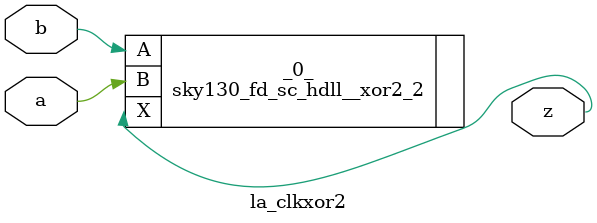
<source format=v>

/* Generated by Yosys 0.44 (git sha1 80ba43d26, g++ 11.4.0-1ubuntu1~22.04 -fPIC -O3) */

(* top =  1  *)
(* src = "generated" *)
(* keep_hierarchy *)
module la_clkxor2 (
    a,
    b,
    z
);
  (* src = "generated" *)
  input a;
  wire a;
  (* src = "generated" *)
  input b;
  wire b;
  (* src = "generated" *)
  output z;
  wire z;
  sky130_fd_sc_hdll__xor2_2 _0_ (
      .A(b),
      .B(a),
      .X(z)
  );
endmodule

</source>
